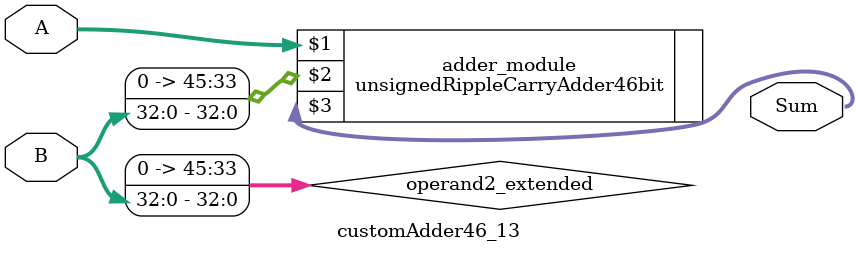
<source format=v>
module customAdder46_13(
                        input [45 : 0] A,
                        input [32 : 0] B,
                        
                        output [46 : 0] Sum
                );

        wire [45 : 0] operand2_extended;
        
        assign operand2_extended =  {13'b0, B};
        
        unsignedRippleCarryAdder46bit adder_module(
            A,
            operand2_extended,
            Sum
        );
        
        endmodule
        
</source>
